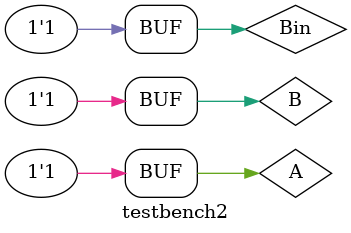
<source format=v>
`timescale 1ns / 1ps


module testbench2;
    reg A;
    reg B;
    reg Bin;
    
    wire D;
    wire Bout;
    
    FullSubtractor2 uut(
        .A(A),
        .B(B),
        .Bin(Bin),
        .D(D),
        .Bout(Bout)
        );
        
     initial 
     begin
        
        $monitor ("%t, A = %d| B = %d| Bin = %d| B = %d| D = %d", $time, A, B, Bin, Bout, D);
       
        A=0; B=0; Bin=0;
        #50 Bin=1;
        #50 B=1; Bin=0;
        #50 B=1; Bin=1;
        #50 A=1; B=0; Bin=0;
        #50 Bin=1;
        #50 B=1; Bin=0;
        #50 Bin=1;

        #100;
     
     end
    

    
endmodule

</source>
